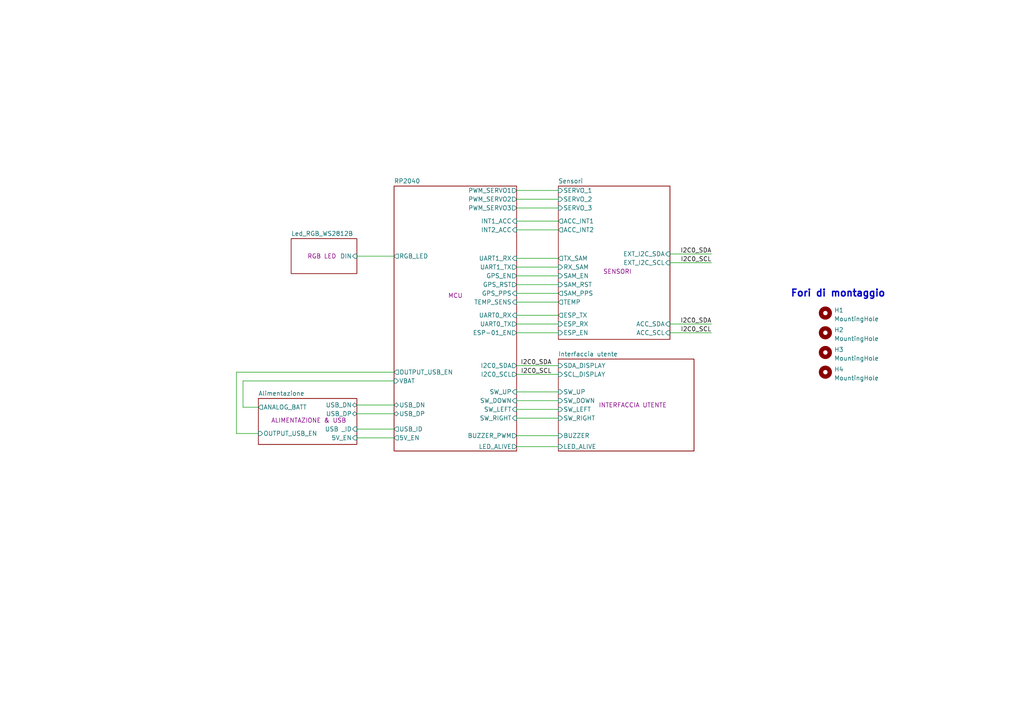
<source format=kicad_sch>
(kicad_sch (version 20211123) (generator eeschema)
  (paper "A4")
  (title_block (title "Scheda PSE RP2040") (date "2023-04-04") (rev "1.0") (comment 1 "Filippo Castellan ") (comment 2 "Edoardo Nicolodi") (comment 3 "Alessandro Speranza") (comment 4 "Ilaria Zamai"))
  (lib_symbols
    (symbol "Mechanical:MountingHole" (pin_names (offset 1.016))
      (property "Reference" "H" (at 0 5.08 0))
      (property "Value" "MountingHole" (at 0 3.175 0))
      (symbol "MountingHole_0_1"
        (circle (center 0 0) (radius 1.27) (stroke (width 1.27)))
      )
    )
  )
  (wire (pts (xy 149.86 74.93) (xy 161.925 74.93)))
  (wire (pts (xy 149.86 108.585) (xy 161.925 108.585)))
  (wire (pts (xy 149.86 66.675) (xy 161.925 66.675)))
  (wire (pts (xy 149.86 91.44) (xy 161.925 91.44)))
  (wire (pts (xy 149.86 77.47) (xy 161.925 77.47)))
  (wire (pts (xy 149.86 85.09) (xy 161.925 85.09)))
  (wire (pts (xy 149.86 93.98) (xy 161.925 93.98)))
  (wire (pts (xy 149.86 55.245) (xy 161.925 55.245)))
  (wire (pts (xy 194.31 73.66) (xy 206.375 73.66)))
  (wire (pts (xy 149.86 129.54) (xy 161.925 129.54)))
  (wire (pts (xy 149.86 60.325) (xy 161.925 60.325)))
  (wire (pts (xy 114.3 107.95) (xy 68.58 107.95)))
  (wire (pts (xy 194.31 96.52) (xy 206.375 96.52)))
  (wire (pts (xy 103.505 117.475) (xy 114.3 117.475)))
  (wire (pts (xy 149.86 116.205) (xy 161.925 116.205)))
  (wire (pts (xy 149.86 126.365) (xy 161.925 126.365)))
  (wire (pts (xy 149.86 80.01) (xy 161.925 80.01)))
  (wire (pts (xy 68.58 107.95) (xy 68.58 125.73)))
  (wire (pts (xy 103.505 74.295) (xy 114.3 74.295)))
  (wire (pts (xy 103.505 124.46) (xy 114.3 124.46)))
  (wire (pts (xy 103.505 127) (xy 114.3 127)))
  (wire (pts (xy 149.86 113.665) (xy 161.925 113.665)))
  (wire (pts (xy 149.86 96.52) (xy 161.925 96.52)))
  (wire (pts (xy 103.505 120.015) (xy 114.3 120.015)))
  (wire (pts (xy 70.485 118.11) (xy 74.93 118.11)))
  (wire (pts (xy 70.485 110.49) (xy 114.3 110.49)))
  (wire (pts (xy 194.31 76.2) (xy 206.375 76.2)))
  (wire (pts (xy 149.86 82.55) (xy 161.925 82.55)))
  (wire (pts (xy 70.485 110.49) (xy 70.485 118.11)))
  (wire (pts (xy 149.86 106.045) (xy 161.925 106.045)))
  (wire (pts (xy 149.86 118.745) (xy 161.925 118.745)))
  (wire (pts (xy 149.86 64.135) (xy 161.925 64.135)))
  (wire (pts (xy 149.86 57.785) (xy 161.925 57.785)))
  (wire (pts (xy 149.86 87.63) (xy 161.925 87.63)))
  (wire (pts (xy 68.58 125.73) (xy 74.93 125.73)))
  (wire (pts (xy 149.86 121.285) (xy 161.925 121.285)))
  (wire (pts (xy 194.31 93.98) (xy 206.375 93.98)))
  (text "Fori di montaggio" (at 229.235 86.36 0) (effects (font (size 2 2) (thickness 0.4) bold) (justify left bottom)))
  (label "I2C0_SDA" (at 206.375 93.98 180))
  (label "I2C0_SDA" (at 206.375 73.66 180))
  (label "I2C0_SCL" (at 160.02 108.585 180))
  (label "I2C0_SDA" (at 160.02 106.045 180))
  (label "I2C0_SCL" (at 206.375 76.2 180))
  (label "I2C0_SCL" (at 206.375 96.52 180))
  (symbol (lib_id "Mechanical:MountingHole") (at 239.395 102.235 0) (unit 1)
    (property "Reference" "H3" (at 241.935 101.4003 0) (effects (justify left)))
    (property "Value" "MountingHole" (at 241.935 103.9372 0) (effects (justify left)))
    (property "Footprint" "MountingHole:MountingHole_3.2mm_M3_Pad_Via" (effects hide))
  )
  (symbol (lib_id "Mechanical:MountingHole") (at 239.395 90.805 0) (unit 1)
    (property "Reference" "H1" (at 241.935 89.9703 0) (effects (justify left)))
    (property "Value" "MountingHole" (at 241.935 92.5072 0) (effects (justify left)))
    (property "Footprint" "MountingHole:MountingHole_3.2mm_M3_Pad_Via" (effects hide))
  )
  (symbol (lib_id "Mechanical:MountingHole") (at 239.395 96.52 0) (unit 1)
    (property "Reference" "H2" (at 241.935 95.6853 0) (effects (justify left)))
    (property "Value" "MountingHole" (at 241.935 98.2222 0) (effects (justify left)))
    (property "Footprint" "MountingHole:MountingHole_3.2mm_M3_Pad_Via" (effects hide))
  )
  (symbol (lib_id "Mechanical:MountingHole") (at 239.395 107.95 0) (unit 1)
    (property "Reference" "H4" (at 241.935 107.1153 0) (effects (justify left)))
    (property "Value" "MountingHole" (at 241.935 109.6522 0) (effects (justify left)))
    (property "Footprint" "MountingHole:MountingHole_3.2mm_M3_Pad_Via" (effects hide))
  )
  (sheet (at 161.925 53.975) (size 32.385 44.45) (stroke (width 0.1524))
    (property "Sheet name" "Sensori" (at 161.925 53.2634 0) (effects (justify left bottom)))
    (property "Sheet file" "sensori.kicad_sch" (effects hide))
    (property "Etichetta" "SENSORI" (at 179.07 78.74 0))
    (pin "TX_SAM" output (at 161.925 74.93 180))
    (pin "RX_SAM" input (at 161.925 77.47 180))
    (pin "SAM_EN" input (at 161.925 80.01 180))
    (pin "TEMP" output (at 161.925 87.63 180))
    (pin "ACC_INT2" output (at 161.925 66.675 180))
    (pin "ACC_INT1" output (at 161.925 64.135 180))
    (pin "ACC_SCL" input (at 194.31 96.52 0))
    (pin "ACC_SDA" input (at 194.31 93.98 0))
    (pin "EXT_I2C_SDA" input (at 194.31 73.66 0))
    (pin "EXT_I2C_SCL" input (at 194.31 76.2 0))
    (pin "SAM_RST" input (at 161.925 82.55 180))
    (pin "SAM_PPS" output (at 161.925 85.09 180))
    (pin "ESP_TX" output (at 161.925 91.44 180))
    (pin "ESP_RX" input (at 161.925 93.98 180))
    (pin "ESP_EN" input (at 161.925 96.52 180))
    (pin "SERVO_1" input (at 161.925 55.245 180))
    (pin "SERVO_2" input (at 161.925 57.785 180))
    (pin "SERVO_3" input (at 161.925 60.325 180))
  )
  (sheet (at 84.455 69.215) (size 19.05 10.16) (stroke (width 0.1524))
    (property "Sheet name" "Led_RGB_WS2812B" (at 84.455 68.5034 0) (effects (justify left bottom)))
    (property "Sheet file" "Led_RGB_WS2812B.kicad_sch" (effects hide))
    (property "Etichetta" "RGB LED" (at 93.345 74.295 0))
    (pin "DIN" input (at 103.505 74.295 0))
  )
  (sheet (at 161.925 104.14) (size 39.37 26.67) (stroke (width 0.1524))
    (property "Sheet name" "Interfaccia utente" (at 161.925 103.4284 0) (effects (justify left bottom)))
    (property "Sheet file" "Interfaccia_utente.kicad_sch" (effects hide))
    (property "Etichetta" "INTERFACCIA UTENTE" (at 183.515 117.475 0))
    (pin "SW_DOWN" input (at 161.925 116.205 180))
    (pin "SW_UP" input (at 161.925 113.665 180))
    (pin "SW_LEFT" input (at 161.925 118.745 180))
    (pin "SW_RIGHT" input (at 161.925 121.285 180))
    (pin "BUZZER" input (at 161.925 126.365 180))
    (pin "SDA_DISPLAY" input (at 161.925 106.045 180))
    (pin "SCL_DISPLAY" input (at 161.925 108.585 180))
    (pin "LED_ALIVE" input (at 161.925 129.54 180))
  )
  (sheet (at 74.93 115.57) (size 28.575 13.335) (stroke (width 0.1524))
    (property "Sheet name" "Alimentazione" (at 74.93 114.8584 0) (effects (justify left bottom)))
    (property "Sheet file" "alimentazione.kicad_sch" (effects hide))
    (property "Etichetta" "ALIMENTAZIONE & USB" (at 89.535 121.92 0))
    (pin "USB_DP" bidirectional (at 103.505 120.015 0))
    (pin "USB_DN" bidirectional (at 103.505 117.475 0))
    (pin "5V_EN" input (at 103.505 127 0))
    (pin "USB _ID" input (at 103.505 124.46 0))
    (pin "ANALOG_BATT" output (at 74.93 118.11 180))
    (pin "OUTPUT_USB_EN" input (at 74.93 125.73 180))
  )
  (sheet (at 114.3 53.975) (size 35.56 76.835) (stroke (width 0.1524))
    (property "Sheet name" "RP2040" (at 114.3 53.2634 0) (effects (justify left bottom)))
    (property "Sheet file" "rp2040.kicad_sch" (effects hide))
    (property "Etichetta" "MCU" (at 132.08 85.725 0))
    (pin "USB_DN" bidirectional (at 114.3 117.475 180))
    (pin "USB_DP" bidirectional (at 114.3 120.015 180))
    (pin "UART1_RX" input (at 149.86 74.93 0))
    (pin "I2C0_SCL" output (at 149.86 108.585 0))
    (pin "I2C0_SDA" output (at 149.86 106.045 0))
    (pin "UART1_TX" output (at 149.86 77.47 0))
    (pin "5V_EN" output (at 114.3 127 180))
    (pin "LED_ALIVE" output (at 149.86 129.54 0))
    (pin "TEMP_SENS" input (at 149.86 87.63 0))
    (pin "BUZZER_PWM" output (at 149.86 126.365 0))
    (pin "SW_UP" input (at 149.86 113.665 0))
    (pin "SW_LEFT" input (at 149.86 118.745 0))
    (pin "SW_DOWN" input (at 149.86 116.205 0))
    (pin "SW_RIGHT" input (at 149.86 121.285 0))
    (pin "RGB_LED" output (at 114.3 74.295 180))
    (pin "INT1_ACC" input (at 149.86 64.135 0))
    (pin "INT2_ACC" input (at 149.86 66.675 0))
    (pin "UART0_TX" output (at 149.86 93.98 0))
    (pin "UART0_RX" input (at 149.86 91.44 0))
    (pin "GPS_RST" output (at 149.86 82.55 0))
    (pin "GPS_PPS" input (at 149.86 85.09 0))
    (pin "GPS_EN" output (at 149.86 80.01 0))
    (pin "USB_ID" output (at 114.3 124.46 180))
    (pin "ESP-01_EN" output (at 149.86 96.52 0))
    (pin "VBAT" input (at 114.3 110.49 180))
    (pin "PWM_SERVO1" output (at 149.86 55.245 0))
    (pin "PWM_SERVO2" output (at 149.86 57.785 0))
    (pin "PWM_SERVO3" output (at 149.86 60.325 0))
    (pin "OUTPUT_USB_EN" output (at 114.3 107.95 180))
  )
)
</source>
